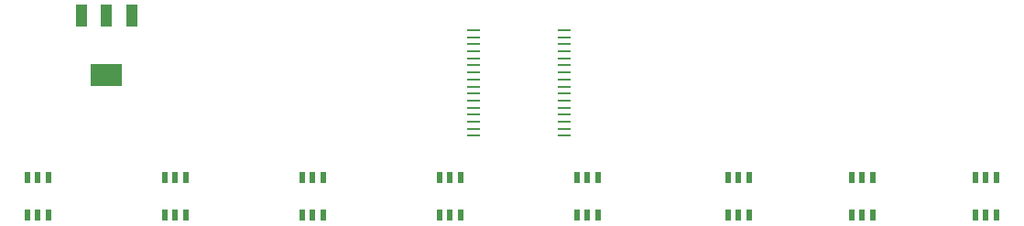
<source format=gtp>
G75*
G70*
%OFA0B0*%
%FSLAX24Y24*%
%IPPOS*%
%LPD*%
%AMOC8*
5,1,8,0,0,1.08239X$1,22.5*
%
%ADD10R,0.0197X0.0394*%
%ADD11R,0.0394X0.0787*%
%ADD12R,0.1181X0.0787*%
%ADD13R,0.0453X0.0098*%
D10*
X002706Y001419D03*
X003100Y001419D03*
X003494Y001419D03*
X007706Y001419D03*
X008100Y001419D03*
X008494Y001419D03*
X012706Y001419D03*
X013100Y001419D03*
X013494Y001419D03*
X017706Y001419D03*
X018100Y001419D03*
X018494Y001419D03*
X022706Y001419D03*
X023100Y001419D03*
X023494Y001419D03*
X023494Y002797D03*
X023100Y002797D03*
X022706Y002797D03*
X018494Y002797D03*
X018100Y002797D03*
X017706Y002797D03*
X013494Y002797D03*
X013100Y002797D03*
X012706Y002797D03*
X008494Y002797D03*
X008100Y002797D03*
X007706Y002797D03*
X003494Y002797D03*
X003100Y002797D03*
X002706Y002797D03*
X028206Y002797D03*
X028600Y002797D03*
X028994Y002797D03*
X032706Y002797D03*
X033100Y002797D03*
X033494Y002797D03*
X037206Y002797D03*
X037600Y002797D03*
X037994Y002797D03*
X037994Y001419D03*
X037600Y001419D03*
X037206Y001419D03*
X033494Y001419D03*
X033100Y001419D03*
X032706Y001419D03*
X028994Y001419D03*
X028600Y001419D03*
X028206Y001419D03*
D11*
X006506Y008691D03*
X005600Y008691D03*
X004694Y008691D03*
D12*
X005600Y006526D03*
D13*
X018946Y006620D03*
X018946Y006876D03*
X018946Y007132D03*
X018946Y007388D03*
X018946Y007644D03*
X018946Y007900D03*
X018946Y008155D03*
X022254Y008155D03*
X022254Y007900D03*
X022254Y007644D03*
X022254Y007388D03*
X022254Y007132D03*
X022254Y006876D03*
X022254Y006620D03*
X022254Y006364D03*
X022254Y006108D03*
X022254Y005852D03*
X022254Y005596D03*
X022254Y005341D03*
X022254Y005085D03*
X022254Y004829D03*
X022254Y004573D03*
X022254Y004317D03*
X018946Y004317D03*
X018946Y004573D03*
X018946Y004829D03*
X018946Y005085D03*
X018946Y005341D03*
X018946Y005596D03*
X018946Y005852D03*
X018946Y006108D03*
X018946Y006364D03*
M02*

</source>
